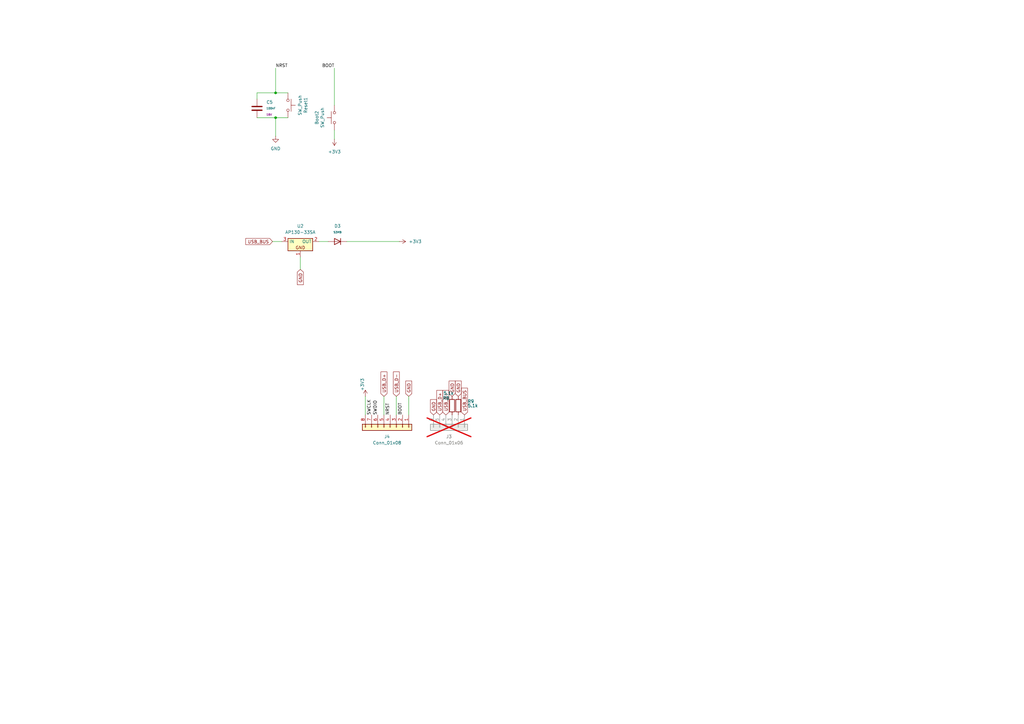
<source format=kicad_sch>
(kicad_sch (version 20250114) (generator "eeschema") (generator_version "9.0")
  (paper "A3")
  (lib_symbols
    (symbol "Connector_Generic:Conn_01x06" (pin_names (offset 1.016) (hide yes))
      (property "Reference" "J" (at 0 7.62 0))
      (property "Value" "Conn_01x06" (at 0 -10.16 0))
      (symbol "Conn_01x06_1_1"
        (rectangle (start -1.27 6.35) (end 1.27 -8.89) (stroke (width 0.254)) (fill (type background)))
        (rectangle (start -1.27 5.207) (end 0 4.953) (stroke (width 0.1524)))
        (rectangle (start -1.27 2.667) (end 0 2.413) (stroke (width 0.1524)))
        (rectangle (start -1.27 0.127) (end 0 -0.127) (stroke (width 0.1524)))
        (rectangle (start -1.27 -2.413) (end 0 -2.667) (stroke (width 0.1524)))
        (rectangle (start -1.27 -4.953) (end 0 -5.207) (stroke (width 0.1524)))
        (rectangle (start -1.27 -7.493) (end 0 -7.747) (stroke (width 0.1524)))
        (pin passive line (at -5.08 5.08 0) (length 3.81) (name "Pin_1") (number "1"))
        (pin passive line (at -5.08 2.54 0) (length 3.81) (name "Pin_2") (number "2"))
        (pin passive line (at -5.08 0 0) (length 3.81) (name "Pin_3") (number "3"))
        (pin passive line (at -5.08 -2.54 0) (length 3.81) (name "Pin_4") (number "4"))
        (pin passive line (at -5.08 -5.08 0) (length 3.81) (name "Pin_5") (number "5"))
        (pin passive line (at -5.08 -7.62 0) (length 3.81) (name "Pin_6") (number "6"))
      )
    )
    (symbol "Connector_Generic:Conn_01x08" (pin_names (offset 1.016) (hide yes))
      (property "Reference" "J" (at 0 10.16 0))
      (property "Value" "Conn_01x08" (at 0 -12.7 0))
      (symbol "Conn_01x08_1_1"
        (rectangle (start -1.27 8.89) (end 1.27 -11.43) (stroke (width 0.254)) (fill (type background)))
        (rectangle (start -1.27 7.747) (end 0 7.493) (stroke (width 0.1524)))
        (rectangle (start -1.27 5.207) (end 0 4.953) (stroke (width 0.1524)))
        (rectangle (start -1.27 2.667) (end 0 2.413) (stroke (width 0.1524)))
        (rectangle (start -1.27 0.127) (end 0 -0.127) (stroke (width 0.1524)))
        (rectangle (start -1.27 -2.413) (end 0 -2.667) (stroke (width 0.1524)))
        (rectangle (start -1.27 -4.953) (end 0 -5.207) (stroke (width 0.1524)))
        (rectangle (start -1.27 -7.493) (end 0 -7.747) (stroke (width 0.1524)))
        (rectangle (start -1.27 -10.033) (end 0 -10.287) (stroke (width 0.1524)))
        (pin passive line (at -5.08 7.62 0) (length 3.81) (name "Pin_1") (number "1"))
        (pin passive line (at -5.08 5.08 0) (length 3.81) (name "Pin_2") (number "2"))
        (pin passive line (at -5.08 2.54 0) (length 3.81) (name "Pin_3") (number "3"))
        (pin passive line (at -5.08 0 0) (length 3.81) (name "Pin_4") (number "4"))
        (pin passive line (at -5.08 -2.54 0) (length 3.81) (name "Pin_5") (number "5"))
        (pin passive line (at -5.08 -5.08 0) (length 3.81) (name "Pin_6") (number "6"))
        (pin passive line (at -5.08 -7.62 0) (length 3.81) (name "Pin_7") (number "7"))
        (pin passive line (at -5.08 -10.16 0) (length 3.81) (name "Pin_8") (number "8"))
      )
    )
    (symbol "Device:D" (pin_numbers (hide yes)) (pin_names (offset 1.016) (hide yes))
      (property "Reference" "D" (at 0 2.54 0))
      (property "Value" "D" (at 0 -2.54 0))
      (symbol "D_0_1"
        (polyline (pts (xy -1.27 1.27) (xy -1.27 -1.27)) (stroke (width 0.254)))
        (polyline (pts (xy 1.27 1.27) (xy 1.27 -1.27) (xy -1.27 0) (xy 1.27 1.27)) (stroke (width 0.254)))
        (polyline (pts (xy 1.27 0) (xy -1.27 0)))
      )
      (symbol "D_1_1"
        (pin passive line (at -3.81 0 0) (length 2.54) (name "K") (number "1"))
        (pin passive line (at 3.81 0 180) (length 2.54) (name "A") (number "2"))
      )
    )
    (symbol "Device:R" (pin_numbers (hide yes)) (pin_names (offset 0))
      (property "Reference" "R" (at 2.032 0 90))
      (property "Value" "R" (at 0 0 90))
      (symbol "R_0_1"
        (rectangle (start -1.016 -2.54) (end 1.016 2.54) (stroke (width 0.254)))
      )
      (symbol "R_1_1"
        (pin passive line (at 0 3.81 270) (length 1.27) (name "~") (number "1"))
        (pin passive line (at 0 -3.81 90) (length 1.27) (name "~") (number "2"))
      )
    )
    (symbol "PCM_Capacitor_AKL:C_0603" (pin_numbers (hide yes)) (pin_names (offset 0.254))
      (property "Reference" "C" (at 0.635 2.54 0))
      (property "Value" "C_0603" (at 0.635 -2.54 0))
      (symbol "C_0603_0_1"
        (polyline (pts (xy -2.032 0.762) (xy 2.032 0.762)) (stroke (width 0.508)))
        (polyline (pts (xy -2.032 -0.762) (xy 2.032 -0.762)) (stroke (width 0.508)))
      )
      (symbol "C_0603_0_2"
        (polyline (pts (xy -2.54 -2.54) (xy -0.381 -0.381)))
        (polyline (pts (xy -0.508 -0.508) (xy -1.651 0.635)) (stroke (width 0.508)))
        (polyline (pts (xy -0.508 -0.508) (xy 0.635 -1.651)) (stroke (width 0.508)))
        (polyline (pts (xy 0.381 0.381) (xy 2.54 2.54)))
        (polyline (pts (xy 0.508 0.508) (xy -0.635 1.651)) (stroke (width 0.508)))
        (polyline (pts (xy 0.508 0.508) (xy 1.651 -0.635)) (stroke (width 0.508)))
      )
      (symbol "C_0603_1_1"
        (pin passive line (at 0 3.81 270) (length 2.794) (name "~") (number "1"))
        (pin passive line (at 0 -3.81 90) (length 2.794) (name "~") (number "2"))
      )
      (symbol "C_0603_1_2"
        (pin passive line (at -2.54 -2.54 90) (length 0) (name "~") (number "2"))
        (pin passive line (at 2.54 2.54 270) (length 0) (name "~") (number "1"))
      )
    )
    (symbol "PCM_Voltage_Regulator_AKL:AP130-33SA"
      (property "Reference" "U" (at 0 6.35 0))
      (property "Value" "AP130-33SA" (at 0 3.81 0))
      (symbol "AP130-33SA_0_0"
        (rectangle (start -5.08 1.27) (end 5.08 -3.81) (stroke (width 0.254)) (fill (type background)))
        (text "GND" (at 0 -2.54 0) (effects (font (size 1.27 1.27))))
      )
      (symbol "AP130-33SA_1_1"
        (pin power_in line (at -7.62 0 0) (length 2.54) (name "IN") (number "3"))
        (pin power_in line (at 0 -6.35 90) (length 2.54) (name "~") (number "1"))
        (pin power_out line (at 7.62 0 180) (length 2.54) (name "OUT") (number "2"))
      )
    )
    (symbol "Switch:SW_Push" (pin_numbers (hide yes)) (pin_names (offset 1.016) (hide yes))
      (property "Reference" "SW" (at 1.27 2.54 0))
      (property "Value" "SW_Push" (at 0 -1.524 0))
      (symbol "SW_Push_0_1"
        (circle (center -2.032 0) (radius 0.508))
        (polyline (pts (xy 0 1.27) (xy 0 3.048)))
        (circle (center 2.032 0) (radius 0.508))
        (polyline (pts (xy 2.54 1.27) (xy -2.54 1.27)))
        (pin passive line (at -5.08 0 0) (length 2.54) (name "1") (number "1"))
        (pin passive line (at 5.08 0 180) (length 2.54) (name "2") (number "2"))
      )
    )
    (symbol "power:+3V3" (power) (pin_numbers (hide yes)) (pin_names (offset 0) (hide yes))
      (property "Value" "+3V3" (at 0 3.556 0))
      (symbol "+3V3_0_1"
        (polyline (pts (xy -0.762 1.27) (xy 0 2.54)))
        (polyline (pts (xy 0 2.54) (xy 0.762 1.27)))
        (polyline (pts (xy 0 0) (xy 0 2.54)))
      )
      (symbol "+3V3_1_1"
        (pin power_in line (at 0 0 90) (length 0) (name "~") (number "1"))
      )
    )
    (symbol "power:GND" (power) (pin_numbers (hide yes)) (pin_names (offset 0) (hide yes))
      (property "Value" "GND" (at 0 -3.81 0))
      (symbol "GND_0_1"
        (polyline (pts (xy 0 0) (xy 0 -1.27) (xy 1.27 -1.27) (xy 0 -2.54) (xy -1.27 -1.27) (xy 0 -1.27)))
      )
      (symbol "GND_1_1"
        (pin power_in line (at 0 0 270) (length 0) (name "~") (number "1"))
      )
    )
  )
  (junction (at 113.03 38.1))
  (junction (at 113.03 48.26))
  (wire (pts (xy 142.24 99.06) (xy 163.83 99.06)))
  (wire (pts (xy 137.16 57.15) (xy 137.16 53.34)))
  (wire (pts (xy 105.41 48.26) (xy 113.03 48.26)))
  (wire (pts (xy 157.48 162.56) (xy 157.48 170.18)))
  (wire (pts (xy 167.64 162.56) (xy 167.64 170.18)))
  (wire (pts (xy 149.86 162.56) (xy 149.86 170.18)))
  (wire (pts (xy 111.76 99.06) (xy 115.57 99.06)))
  (wire (pts (xy 113.03 48.26) (xy 113.03 55.88)))
  (wire (pts (xy 123.19 105.41) (xy 123.19 110.49)))
  (wire (pts (xy 130.81 99.06) (xy 134.62 99.06)))
  (wire (pts (xy 113.03 48.26) (xy 118.11 48.26)))
  (wire (pts (xy 137.16 43.18) (xy 137.16 27.94)))
  (wire (pts (xy 162.56 162.56) (xy 162.56 170.18)))
  (wire (pts (xy 105.41 38.1) (xy 113.03 38.1)))
  (wire (pts (xy 113.03 27.94) (xy 113.03 38.1)))
  (wire (pts (xy 113.03 38.1) (xy 118.11 38.1)))
  (wire (pts (xy 105.41 38.1) (xy 105.41 40.64)))
  (label "BOOT" (at 137.16 27.94 180))
  (label "NRST" (at 160.02 170.18 90))
  (label "SWDIO" (at 154.94 170.18 90))
  (label "NRST" (at 113.03 27.94 0))
  (label "SWCLK" (at 152.4 170.18 90))
  (label "BOOT" (at 165.1 170.18 90))
  (global_label "GND" (shape input) (at 177.8 170.18 90) (property "Intersheetrefs" "${INTERSHEET_REFS}" (effects (hide yes))))
  (global_label "USB_BUS" (shape input) (at 190.5 170.18 90) (property "Intersheetrefs" "${INTERSHEET_REFS}" (effects (hide yes))))
  (global_label "GND" (shape input) (at 123.19 110.49 270) (property "Intersheetrefs" "${INTERSHEET_REFS}" (effects (hide yes))))
  (global_label "GND" (shape input) (at 167.64 162.56 90) (property "Intersheetrefs" "${INTERSHEET_REFS}" (effects (hide yes))))
  (global_label "USB_D+" (shape input) (at 157.48 162.56 90) (property "Intersheetrefs" "${INTERSHEET_REFS}" (effects (hide yes))))
  (global_label "USB_D-" (shape input) (at 162.56 162.56 90) (property "Intersheetrefs" "${INTERSHEET_REFS}" (effects (hide yes))))
  (global_label "USB_BUS" (shape input) (at 111.76 99.06 180) (property "Intersheetrefs" "${INTERSHEET_REFS}" (effects (hide yes))))
  (global_label "USB_D+" (shape input) (at 180.34 170.18 90) (property "Intersheetrefs" "${INTERSHEET_REFS}" (effects (hide yes))))
  (global_label "GND" (shape input) (at 185.42 162.56 90) (property "Intersheetrefs" "${INTERSHEET_REFS}" (effects (hide yes))))
  (global_label "USB_D-" (shape input) (at 182.88 170.18 90) (property "Intersheetrefs" "${INTERSHEET_REFS}" (effects (hide yes))))
  (global_label "GND" (shape input) (at 187.96 162.56 90) (property "Intersheetrefs" "${INTERSHEET_REFS}" (effects (hide yes))))
  (symbol (lib_id "Switch:SW_Push") (at 118.11 43.18 270) (unit 1)
    (property "Reference" "Reset1" (at 125.349 43.18 0))
    (property "Value" "SW_Push" (at 123.0376 43.18 0))
    (property "Footprint" "Button_Switch_SMD:SW_SPST_CK_RS282G05A3" (effects (hide yes)))
    (property "LCSC_PART_NUMBER" "C72443" (effects (hide yes)))
  )
  (symbol (lib_id "Switch:SW_Push") (at 137.16 48.26 90) (unit 1)
    (property "Reference" "Boot2" (at 129.921 48.26 0))
    (property "Value" "SW_Push" (at 132.2324 48.26 0))
    (property "Footprint" "Button_Switch_SMD:SW_SPST_CK_RS282G05A3" (effects (hide yes)))
    (property "LCSC_PART_NUMBER" "C72443" (effects (hide yes)))
  )
  (symbol (lib_id "Device:R") (at 187.96 166.37 180) (unit 1)
    (property "Reference" "R9" (at 191.77 164.592 0) (effects (justify right)))
    (property "Value" "5.1k" (at 191.77 166.37 0) (effects (justify right)))
    (property "Footprint" "Resistor_SMD:R_0603_1608Metric" (effects (hide yes)))
    (property "LCSC_PART_NUMBER" "C95781" (effects (hide yes)))
  )
  (symbol (lib_id "power:+3V3") (at 137.16 57.15 180) (unit 1)
    (property "Reference" "#PWR02" (effects (hide yes)))
    (property "Value" "+3V3" (at 137.16 62.23 0))
    (property "Description" "Power symbol creates a global label with name \"+3V3\"" (effects (hide yes)))
  )
  (symbol (lib_id "PCM_Capacitor_AKL:C_0603") (at 105.41 44.45 0) (unit 1)
    (property "Reference" "C5" (at 109.22 41.9099 0) (effects (justify left)))
    (property "Value" "100nF" (at 109.22 44.45 0) (effects (font (size 0.8 0.8)) (justify left)))
    (property "Footprint" "PCM_Capacitor_SMD_AKL:C_0603_1608Metric" (effects (hide yes)))
    (property "Description" "SMD 0603 MLCC capacitor, Alternate KiCad Library" (effects (hide yes)))
    (property "LCSC" "C1525" (effects (hide yes)))
    (property "Stock" "20208285" (effects (hide yes)))
    (property "Price" "0.004USD" (effects (hide yes)))
    (property "Process" "SMT" (effects (hide yes)))
    (property "Minimum Qty" "20" (effects (hide yes)))
    (property "Attrition Qty" "10" (effects (hide yes)))
    (property "Class" "Basic Component" (effects (hide yes)))
    (property "Category" "Capacitors,Multilayer Ceramic Capacitors MLCC - SMD/SMT" (effects (hide yes)))
    (property "Manufacturer" "Samsung Electro-Mechanics" (effects (hide yes)))
    (property "Part" "CL05B104KO5NNNC" (effects (hide yes)))
    (property "Voltage Rated" "16V" (at 109.22 46.99 0) (effects (font (size 0.8 0.8)) (justify left)))
    (property "Tolerance" "±10%" (effects (hide yes)))
    (property "Capacitance" "100nF" (effects (hide yes)))
    (property "Temperature Coefficient" "X7R" (effects (hide yes)))
  )
  (symbol (lib_id "Connector_Generic:Conn_01x08") (at 160.02 175.26 270) (unit 1)
    (property "Reference" "J4" (at 158.75 179.07 90))
    (property "Value" "Conn_01x08" (at 158.75 181.61 90))
    (property "Footprint" "Connector_PinHeader_2.54mm:PinHeader_2x04_P2.54mm_Vertical" (effects (hide yes)))
    (property "Description" "Generic connector, single row, 01x08, script generated (kicad-library-utils/schlib/autogen/connector/)" (effects (hide yes)))
  )
  (symbol (lib_id "PCM_Voltage_Regulator_AKL:AP130-33SA") (at 123.19 99.06 0) (unit 1)
    (property "Reference" "U2" (at 123.19 92.71 0))
    (property "Value" "AP130-33SA" (at 123.19 95.25 0))
    (property "Footprint" "PCM_Package_TO_SOT_SMD_AKL:SOT-23" (effects (hide yes)))
    (property "Datasheet" "https://www.tme.eu/Document/a40bcc82e08605be7c628bfb79d62f46/AP130.pdf" (effects (hide yes)))
    (property "Description" "SOT-23 3.3V 300mA low dropout voltage regulator, Alternate KiCad Library" (effects (hide yes)))
  )
  (symbol (lib_id "power:+3V3") (at 163.83 99.06 270) (unit 1)
    (property "Reference" "#PWR010" (effects (hide yes)))
    (property "Value" "+3V3" (at 167.64 99.0599 90) (effects (justify left)))
    (property "Description" "Power symbol creates a global label with name \"+3V3\"" (effects (hide yes)))
  )
  (symbol (lib_id "Device:D") (at 138.43 99.06 180) (unit 1)
    (property "Reference" "D3" (at 138.43 92.71 0))
    (property "Value" "S3MB" (at 138.43 95.25 0) (effects (font (size 0.8 0.8))))
    (property "Footprint" "Diode_SMD:D_SOD-123" (effects (hide yes)))
    (property "Description" "Diode" (effects (hide yes)))
    (property "LCSC" "C18199102" (effects (hide yes)))
    (property "Stock" "24042" (effects (hide yes)))
    (property "Price" "0.024USD" (effects (hide yes)))
    (property "Process" "SMT" (effects (hide yes)))
    (property "Minimum Qty" "5" (effects (hide yes)))
    (property "Attrition Qty" "2" (effects (hide yes)))
    (property "Class" "Preferred Component" (effects (hide yes)))
    (property "Category" "Diodes,Diodes - General Purpose" (effects (hide yes)))
    (property "Manufacturer" "hongjiacheng" (effects (hide yes)))
    (property "Part" "S3MB" (effects (hide yes)))
    (property "Rectified Current" "3A" (effects (hide yes)))
    (property "Forward Voltage (Vf@If)" "1V@3A" (effects (hide yes)))
    (property "Reverse Voltage (Vr)" "1kV" (effects (hide yes)))
    (property "Diode Configuration" "Independent Type" (effects (hide yes)))
    (property "Reverse Leakage Current" "2uA@1000V" (effects (hide yes)))
    (property "Sim.Device" "D" (effects (hide yes)))
    (property "Sim.Pins" "1=K 2=A" (effects (hide yes)))
  )
  (symbol (lib_id "Connector_Generic:Conn_01x06") (at 185.42 175.26 270) (unit 1) (dnp yes)
    (property "Reference" "J3" (at 184.15 179.07 90))
    (property "Value" "Conn_01x06" (at 184.15 181.61 90))
    (property "Footprint" "Connector_JST:JST_PH_B6B-PH-K_1x06_P2.00mm_Vertical" (effects (hide yes)))
    (property "Description" "Generic connector, single row, 01x06, script generated (kicad-library-utils/schlib/autogen/connector/)" (effects (hide yes)))
  )
  (symbol (lib_id "power:GND") (at 113.03 55.88 0) (unit 1)
    (property "Reference" "#PWR05" (effects (hide yes)))
    (property "Value" "GND" (at 113.03 60.96 0))
    (property "Description" "Power symbol creates a global label with name \"GND\" , ground" (effects (hide yes)))
  )
  (symbol (lib_id "Device:R") (at 185.42 166.37 180) (unit 1)
    (property "Reference" "R8" (at 181.61 163.322 0) (effects (justify right)))
    (property "Value" "5.1k" (at 181.864 161.29 0) (effects (justify right)))
    (property "Footprint" "Resistor_SMD:R_0603_1608Metric" (effects (hide yes)))
    (property "LCSC_PART_NUMBER" "C95781" (effects (hide yes)))
  )
  (symbol (lib_id "power:+3V3") (at 149.86 162.56 0) (unit 1)
    (property "Reference" "#PWR01" (effects (hide yes)))
    (property "Value" "+3V3" (at 148.59 157.734 90))
    (property "Description" "Power symbol creates a global label with name \"+3V3\"" (effects (hide yes)))
  )
)
</source>
